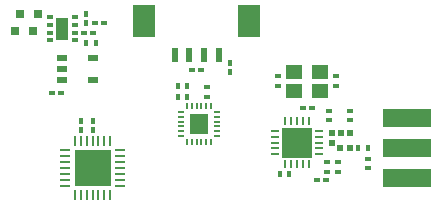
<source format=gbp>
G04*
G04 #@! TF.GenerationSoftware,Altium Limited,Altium Designer,20.0.14 (345)*
G04*
G04 Layer_Color=128*
%FSLAX25Y25*%
%MOIN*%
G70*
G01*
G75*
%ADD15R,0.01968X0.01772*%
%ADD18R,0.03150X0.03150*%
%ADD19R,0.01575X0.01968*%
%ADD20R,0.16000X0.06000*%
%ADD21R,0.01968X0.01575*%
%ADD31R,0.02362X0.04724*%
%ADD66R,0.01772X0.01968*%
%ADD67R,0.07480X0.11024*%
%ADD68R,0.06063X0.06693*%
%ADD69O,0.00787X0.02362*%
%ADD70O,0.02362X0.00787*%
%ADD71R,0.04331X0.07480*%
%ADD72R,0.03347X0.02165*%
%ADD73R,0.12323X0.12323*%
%ADD74O,0.00984X0.03347*%
%ADD75O,0.03347X0.00984*%
%ADD76R,0.01929X0.02047*%
%ADD77R,0.02047X0.01929*%
%ADD78R,0.05512X0.04724*%
%ADD79O,0.02953X0.00984*%
%ADD80O,0.00984X0.02953*%
%ADD81R,0.10236X0.10236*%
G54D15*
X546547Y232000D02*
D03*
X549500D02*
D03*
X502739Y224500D02*
D03*
X499786D02*
D03*
X513430Y244500D02*
D03*
X510477D02*
D03*
X514254Y247732D02*
D03*
X517207D02*
D03*
X590976Y195326D02*
D03*
X588024D02*
D03*
X586453Y219409D02*
D03*
X583500D02*
D03*
G54D18*
X489165Y250732D02*
D03*
X495071D02*
D03*
X487547Y245000D02*
D03*
X493453D02*
D03*
G54D19*
X511156Y241232D02*
D03*
X514305D02*
D03*
X541776Y223232D02*
D03*
X544925D02*
D03*
X541776Y226701D02*
D03*
X544925D02*
D03*
X578788Y197484D02*
D03*
X575638D02*
D03*
X601925Y205941D02*
D03*
X605075D02*
D03*
G54D20*
X618000Y196143D02*
D03*
Y216143D02*
D03*
Y206143D02*
D03*
G54D21*
X499144Y241941D02*
D03*
Y244500D02*
D03*
Y247059D02*
D03*
Y249618D02*
D03*
X507412Y241941D02*
D03*
Y244500D02*
D03*
Y247059D02*
D03*
Y249618D02*
D03*
X551350Y226382D02*
D03*
Y223232D02*
D03*
X575000Y229984D02*
D03*
Y226835D02*
D03*
X605075Y202484D02*
D03*
Y199335D02*
D03*
X599094Y215335D02*
D03*
Y218484D02*
D03*
X592000Y215335D02*
D03*
Y218484D02*
D03*
X595000Y201346D02*
D03*
Y198197D02*
D03*
X591500Y201409D02*
D03*
Y198260D02*
D03*
X594500Y226835D02*
D03*
Y229984D02*
D03*
G54D31*
X555429Y237000D02*
D03*
X540665D02*
D03*
X545587D02*
D03*
X550508D02*
D03*
G54D66*
X559000Y234476D02*
D03*
Y231524D02*
D03*
X511278Y247779D02*
D03*
Y250732D02*
D03*
X509380Y215000D02*
D03*
Y212047D02*
D03*
X513317Y214976D02*
D03*
Y212024D02*
D03*
G54D67*
X530626Y248417D02*
D03*
X565469D02*
D03*
G54D68*
X548787Y214138D02*
D03*
G54D69*
X544850Y208232D02*
D03*
X546425D02*
D03*
X548000D02*
D03*
X549575D02*
D03*
X551150D02*
D03*
X552724D02*
D03*
Y220043D02*
D03*
X551150D02*
D03*
X549575D02*
D03*
X548000D02*
D03*
X546425D02*
D03*
X544850D02*
D03*
G54D70*
X554693Y210201D02*
D03*
Y211775D02*
D03*
Y213350D02*
D03*
Y214925D02*
D03*
Y216500D02*
D03*
Y218075D02*
D03*
X542882D02*
D03*
Y216500D02*
D03*
Y214925D02*
D03*
Y213350D02*
D03*
Y211775D02*
D03*
Y210201D02*
D03*
G54D71*
X503278Y245779D02*
D03*
G54D72*
X513479Y228760D02*
D03*
Y236240D02*
D03*
X503046D02*
D03*
Y232500D02*
D03*
Y228760D02*
D03*
G54D73*
X513317Y199469D02*
D03*
G54D74*
X507412Y190413D02*
D03*
X509380D02*
D03*
X511349D02*
D03*
X513317D02*
D03*
X515286D02*
D03*
X517254D02*
D03*
X519223D02*
D03*
Y208524D02*
D03*
X517254D02*
D03*
X515286D02*
D03*
X513317D02*
D03*
X511349D02*
D03*
X509380D02*
D03*
X507412D02*
D03*
G54D75*
X522372Y193563D02*
D03*
Y195531D02*
D03*
Y197500D02*
D03*
Y199469D02*
D03*
Y201437D02*
D03*
Y203405D02*
D03*
Y205374D02*
D03*
X504262D02*
D03*
Y203405D02*
D03*
Y201437D02*
D03*
Y199469D02*
D03*
Y197500D02*
D03*
Y195531D02*
D03*
Y193563D02*
D03*
G54D76*
X596000Y211004D02*
D03*
X599189D02*
D03*
X595905Y205941D02*
D03*
X599094D02*
D03*
G54D77*
X593000Y211004D02*
D03*
Y207815D02*
D03*
G54D78*
X589000Y225110D02*
D03*
Y231409D02*
D03*
X580339Y225110D02*
D03*
Y231409D02*
D03*
G54D79*
X574217Y203972D02*
D03*
Y205941D02*
D03*
Y207909D02*
D03*
Y209878D02*
D03*
Y211846D02*
D03*
X588784D02*
D03*
Y209878D02*
D03*
Y207909D02*
D03*
Y205941D02*
D03*
Y203972D02*
D03*
G54D80*
X577563Y215193D02*
D03*
X579531D02*
D03*
X581500D02*
D03*
X583468D02*
D03*
X585437D02*
D03*
Y200626D02*
D03*
X583468D02*
D03*
X581500D02*
D03*
X579531D02*
D03*
X577563D02*
D03*
G54D81*
X581500Y207909D02*
D03*
M02*

</source>
